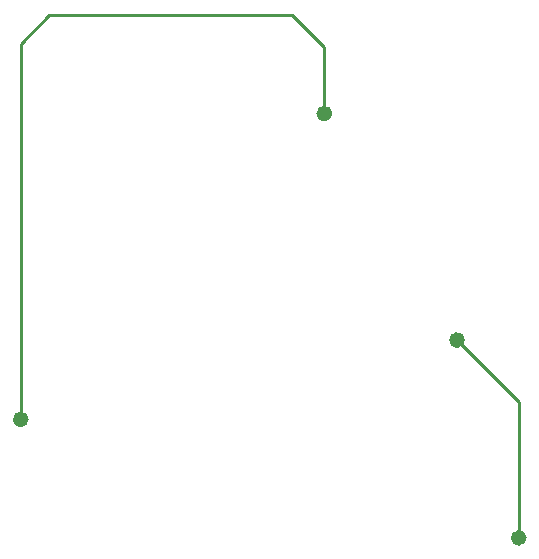
<source format=gbr>
%TF.GenerationSoftware,KiCad,Pcbnew,(6.0.7)*%
%TF.CreationDate,2022-11-27T12:30:44-05:00*%
%TF.ProjectId,single_layer_prototype,73696e67-6c65-45f6-9c61-7965725f7072,rev?*%
%TF.SameCoordinates,Original*%
%TF.FileFunction,Copper,L2,Bot*%
%TF.FilePolarity,Positive*%
%FSLAX46Y46*%
G04 Gerber Fmt 4.6, Leading zero omitted, Abs format (unit mm)*
G04 Created by KiCad (PCBNEW (6.0.7)) date 2022-11-27 12:30:44*
%MOMM*%
%LPD*%
G01*
G04 APERTURE LIST*
%TA.AperFunction,NonConductor*%
%ADD10C,0.667961*%
%TD*%
%TA.AperFunction,ViaPad*%
%ADD11C,0.710000*%
%TD*%
%TA.AperFunction,Conductor*%
%ADD12C,0.250000*%
%TD*%
G04 APERTURE END LIST*
D10*
X123705399Y-105360248D02*
G75*
G03*
X123705399Y-105360248I-333980J0D01*
G01*
X112469438Y-86174087D02*
G75*
G03*
X112469438Y-86174087I-333980J0D01*
G01*
X128931409Y-122100468D02*
G75*
G03*
X128931409Y-122100468I-333980J0D01*
G01*
X86767409Y-112076629D02*
G75*
G03*
X86767409Y-112076629I-333980J0D01*
G01*
D11*
%TO.N,*%
X123374190Y-105371029D03*
X86436200Y-112087410D03*
X112138229Y-86184868D03*
X128597429Y-122100468D03*
%TD*%
D12*
%TO.N,GND*%
X112138229Y-80555229D02*
X112138229Y-86117829D01*
X86433429Y-112000429D02*
X86433429Y-80250429D01*
X86433429Y-80250429D02*
X88846429Y-77837429D01*
X109420429Y-77837429D02*
X112138229Y-80555229D01*
X88846429Y-77837429D02*
X109420429Y-77837429D01*
%TO.N,Net-(A1-Pad17)*%
X128597429Y-110578029D02*
X123390429Y-105371029D01*
X128597429Y-121500029D02*
X128597429Y-110578029D01*
%TD*%
M02*

</source>
